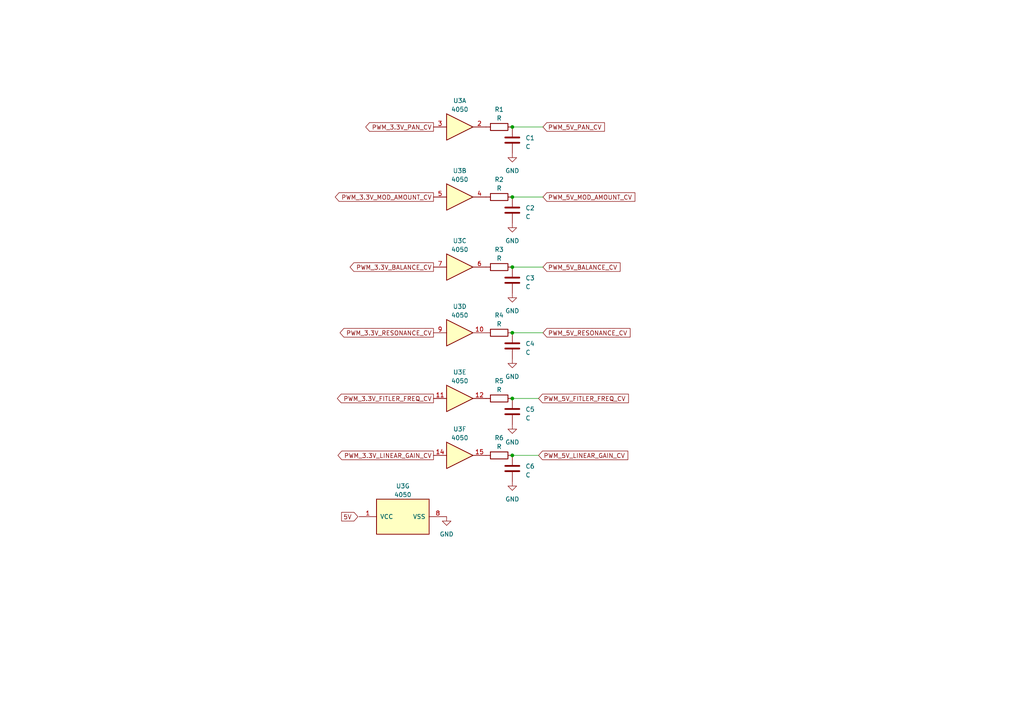
<source format=kicad_sch>
(kicad_sch (version 20230121) (generator eeschema)
  (paper "A4")
  (lib_symbols
    (symbol "4xxx:4050" (pin_names (offset 1.016))
      (property "Reference" "U" (at 0 1.27 0))
      (property "Value" "4050" (at 0 -1.27 0))
      (symbol "4050_1_0"
        (polyline (pts (xy -3.81 3.81) (xy -3.81 -3.81) (xy 3.81 0) (xy -3.81 3.81)) (stroke (width 0.254)) (fill (type background)))
        (pin output line (at 7.62 0 180) (length 3.81) (name "~") (number "2"))
        (pin input line (at -7.62 0 0) (length 3.81) (name "~") (number "3"))
      )
      (symbol "4050_2_0"
        (polyline (pts (xy -3.81 3.81) (xy -3.81 -3.81) (xy 3.81 0) (xy -3.81 3.81)) (stroke (width 0.254)) (fill (type background)))
        (pin output line (at 7.62 0 180) (length 3.81) (name "~") (number "4"))
        (pin input line (at -7.62 0 0) (length 3.81) (name "~") (number "5"))
      )
      (symbol "4050_3_0"
        (polyline (pts (xy -3.81 3.81) (xy -3.81 -3.81) (xy 3.81 0) (xy -3.81 3.81)) (stroke (width 0.254)) (fill (type background)))
        (pin output line (at 7.62 0 180) (length 3.81) (name "~") (number "6"))
        (pin input line (at -7.62 0 0) (length 3.81) (name "~") (number "7"))
      )
      (symbol "4050_4_0"
        (polyline (pts (xy -3.81 3.81) (xy -3.81 -3.81) (xy 3.81 0) (xy -3.81 3.81)) (stroke (width 0.254)) (fill (type background)))
        (pin output line (at 7.62 0 180) (length 3.81) (name "~") (number "10"))
        (pin input line (at -7.62 0 0) (length 3.81) (name "~") (number "9"))
      )
      (symbol "4050_5_0"
        (polyline (pts (xy -3.81 3.81) (xy -3.81 -3.81) (xy 3.81 0) (xy -3.81 3.81)) (stroke (width 0.254)) (fill (type background)))
        (pin input line (at -7.62 0 0) (length 3.81) (name "~") (number "11"))
        (pin output line (at 7.62 0 180) (length 3.81) (name "~") (number "12"))
      )
      (symbol "4050_6_0"
        (polyline (pts (xy -3.81 3.81) (xy -3.81 -3.81) (xy 3.81 0) (xy -3.81 3.81)) (stroke (width 0.254)) (fill (type background)))
        (pin input line (at -7.62 0 0) (length 3.81) (name "~") (number "14"))
        (pin output line (at 7.62 0 180) (length 3.81) (name "~") (number "15"))
      )
      (symbol "4050_7_0"
        (pin power_in line (at 0 12.7 270) (length 5.08) (name "VCC") (number "1"))
        (pin power_in line (at 0 -12.7 90) (length 5.08) (name "VSS") (number "8"))
      )
      (symbol "4050_7_1"
        (rectangle (start -5.08 7.62) (end 5.08 -7.62) (stroke (width 0.254)) (fill (type background)))
      )
    )
    (symbol "Device:C" (pin_numbers hide) (pin_names (offset 0.254))
      (property "Reference" "C" (at 0.635 2.54 0))
      (property "Value" "C" (at 0.635 -2.54 0))
      (symbol "C_0_1"
        (polyline (pts (xy -2.032 -0.762) (xy 2.032 -0.762)) (stroke (width 0.508)))
        (polyline (pts (xy -2.032 0.762) (xy 2.032 0.762)) (stroke (width 0.508)))
      )
      (symbol "C_1_1"
        (pin passive line (at 0 3.81 270) (length 2.794) (name "~") (number "1"))
        (pin passive line (at 0 -3.81 90) (length 2.794) (name "~") (number "2"))
      )
    )
    (symbol "Device:R" (pin_numbers hide) (pin_names (offset 0))
      (property "Reference" "R" (at 2.032 0 90))
      (property "Value" "R" (at 0 0 90))
      (symbol "R_0_1"
        (rectangle (start -1.016 -2.54) (end 1.016 2.54) (stroke (width 0.254)))
      )
      (symbol "R_1_1"
        (pin passive line (at 0 3.81 270) (length 1.27) (name "~") (number "1"))
        (pin passive line (at 0 -3.81 90) (length 1.27) (name "~") (number "2"))
      )
    )
    (symbol "power:GND" (power) (pin_names (offset 0))
      (property "Value" "GND" (at 0 -3.81 0))
      (symbol "GND_0_1"
        (polyline (pts (xy 0 0) (xy 0 -1.27) (xy 1.27 -1.27) (xy 0 -2.54) (xy -1.27 -1.27) (xy 0 -1.27)))
      )
      (symbol "GND_1_1"
        (pin power_in line (at 0 0 270) (length 0) hide (name "GND") (number "1"))
      )
    )
  )
  (junction (at 148.59 36.83))
  (junction (at 148.59 57.15))
  (junction (at 148.59 132.08))
  (junction (at 148.59 115.57))
  (junction (at 148.59 77.47))
  (junction (at 148.59 96.52))
  (wire (pts (xy 148.59 36.83) (xy 157.48 36.83)))
  (wire (pts (xy 148.59 115.57) (xy 156.21 115.57)))
  (wire (pts (xy 148.59 132.08) (xy 156.21 132.08)))
  (wire (pts (xy 148.59 57.15) (xy 157.48 57.15)))
  (wire (pts (xy 148.59 96.52) (xy 157.48 96.52)))
  (wire (pts (xy 148.59 77.47) (xy 157.48 77.47)))
  (global_label "PWM_5V_FITLER_FREQ_CV" (shape input) (at 156.21 115.57 0) (property "Intersheetrefs" "${INTERSHEET_REFS}" (effects hide)))
  (global_label "PWM_5V_BALANCE_CV" (shape input) (at 157.48 77.47 0) (property "Intersheetrefs" "${INTERSHEET_REFS}" (effects hide)))
  (global_label "PWM_5V_MOD_AMOUNT_CV" (shape input) (at 157.48 57.15 0) (property "Intersheetrefs" "${INTERSHEET_REFS}" (effects hide)))
  (global_label "PWM_5V_RESONANCE_CV" (shape input) (at 157.48 96.52 0) (property "Intersheetrefs" "${INTERSHEET_REFS}" (effects hide)))
  (global_label "PWM_3.3V_BALANCE_CV" (shape output) (at 125.73 77.47 180) (property "Intersheetrefs" "${INTERSHEET_REFS}" (effects hide)))
  (global_label "PWM_3.3V_PAN_CV" (shape output) (at 125.73 36.83 180) (property "Intersheetrefs" "${INTERSHEET_REFS}" (effects hide)))
  (global_label "PWM_3.3V_RESONANCE_CV" (shape output) (at 125.73 96.52 180) (property "Intersheetrefs" "${INTERSHEET_REFS}" (effects hide)))
  (global_label "PWM_5V_PAN_CV" (shape input) (at 157.48 36.83 0) (property "Intersheetrefs" "${INTERSHEET_REFS}" (effects hide)))
  (global_label "PWM_3.3V_LINEAR_GAIN_CV" (shape output) (at 125.73 132.08 180) (property "Intersheetrefs" "${INTERSHEET_REFS}" (effects hide)))
  (global_label "5V" (shape output) (at 99.06 149.86 0) (property "Intersheetrefs" "${INTERSHEET_REFS}" (effects hide)))
  (global_label "PWM_3.3V_FITLER_FREQ_CV" (shape output) (at 125.73 115.57 180) (property "Intersheetrefs" "${INTERSHEET_REFS}" (effects hide)))
  (global_label "PWM_5V_LINEAR_GAIN_CV" (shape input) (at 156.21 132.08 0) (property "Intersheetrefs" "${INTERSHEET_REFS}" (effects hide)))
  (global_label "PWM_3.3V_MOD_AMOUNT_CV" (shape output) (at 125.73 57.15 180) (property "Intersheetrefs" "${INTERSHEET_REFS}" (effects hide)))
  (symbol (lib_id "Device:C") (at 148.59 100.33 0) (unit 1)
    (property "Reference" "C4" (at 152.4 99.695 0) (effects (justify left)))
    (property "Value" "C" (at 152.4 102.235 0) (effects (justify left)))
    (instances (project "AS3397_proto_DIP" (path "" (reference "C4") (unit 1)) (path "" (reference "C10") (unit 1))))
  )
  (symbol (lib_id "4xxx:4050") (at 116.84 149.86 90) (unit 7)
    (property "Reference" "U3" (at 116.84 140.97 90))
    (property "Value" "4050" (at 116.84 143.51 90))
    (property "Footprint" "Package_DIP:DIP-16_W7.62mm" (effects hide))
    (property "Datasheet" "http://www.intersil.com/content/dam/intersil/documents/cd40/cd4050bms.pdf" (effects hide))
    (instances (project "AS3397_proto_DIP" (path "" (reference "U3") (unit 7)) (path "" (reference "U4") (unit 7))))
  )
  (symbol (lib_id "4xxx:4050") (at 133.35 132.08 0) (unit 6)
    (property "Reference" "U3" (at 133.35 124.46 0))
    (property "Value" "4050" (at 133.35 127 0))
    (property "Footprint" "Package_DIP:DIP-16_W7.62mm" (effects hide))
    (property "Datasheet" "http://www.intersil.com/content/dam/intersil/documents/cd40/cd4050bms.pdf" (effects hide))
    (instances (project "AS3397_proto_DIP" (path "" (reference "U3") (unit 6)) (path "" (reference "U4") (unit 6))))
  )
  (symbol (lib_id "Device:C") (at 148.59 119.38 0) (unit 1)
    (property "Reference" "C5" (at 152.4 118.745 0) (effects (justify left)))
    (property "Value" "C" (at 152.4 121.285 0) (effects (justify left)))
    (instances (project "AS3397_proto_DIP" (path "" (reference "C5") (unit 1)) (path "" (reference "C11") (unit 1))))
  )
  (symbol (lib_id "4xxx:4050") (at 133.35 77.47 0) (unit 3)
    (property "Reference" "U3" (at 133.35 69.85 0))
    (property "Value" "4050" (at 133.35 72.39 0))
    (property "Footprint" "Package_DIP:DIP-16_W7.62mm" (effects hide))
    (property "Datasheet" "http://www.intersil.com/content/dam/intersil/documents/cd40/cd4050bms.pdf" (effects hide))
    (instances (project "AS3397_proto_DIP" (path "" (reference "U3") (unit 3)) (path "" (reference "U4") (unit 3))))
  )
  (symbol (lib_id "Device:R") (at 144.78 132.08 90) (unit 1)
    (property "Reference" "R6" (at 144.78 127 90))
    (property "Value" "R" (at 144.78 129.54 90))
    (property "Footprint" "Resistor_THT:R_Axial_DIN0309_L9.0mm_D3.2mm_P12.70mm_Horizontal" (effects hide))
    (instances (project "AS3397_proto_DIP" (path "" (reference "R6") (unit 1)) (path "" (reference "R12") (unit 1))))
  )
  (symbol (lib_id "power:GND") (at 148.59 85.09 0) (unit 1)
    (property "Reference" "#PWR04" (effects hide))
    (property "Value" "GND" (at 148.59 90.17 0))
    (instances (project "AS3397_proto_DIP" (path "" (reference "#PWR04") (unit 1)) (path "" (reference "#PWR011") (unit 1))))
  )
  (symbol (lib_id "Device:R") (at 144.78 115.57 90) (unit 1)
    (property "Reference" "R5" (at 144.78 110.49 90))
    (property "Value" "R" (at 144.78 113.03 90))
    (property "Footprint" "Resistor_THT:R_Axial_DIN0309_L9.0mm_D3.2mm_P12.70mm_Horizontal" (effects hide))
    (instances (project "AS3397_proto_DIP" (path "" (reference "R5") (unit 1)) (path "" (reference "R11") (unit 1))))
  )
  (symbol (lib_id "Device:C") (at 148.59 40.64 0) (unit 1)
    (property "Reference" "C1" (at 152.4 40.005 0) (effects (justify left)))
    (property "Value" "C" (at 152.4 42.545 0) (effects (justify left)))
    (instances (project "AS3397_proto_DIP" (path "" (reference "C1") (unit 1)) (path "" (reference "C7") (unit 1))))
  )
  (symbol (lib_id "Device:R") (at 144.78 36.83 90) (unit 1)
    (property "Reference" "R1" (at 144.78 31.75 90))
    (property "Value" "R" (at 144.78 34.29 90))
    (property "Footprint" "Resistor_THT:R_Axial_DIN0309_L9.0mm_D3.2mm_P12.70mm_Horizontal" (effects hide))
    (instances (project "AS3397_proto_DIP" (path "" (reference "R1") (unit 1)) (path "" (reference "R7") (unit 1))))
  )
  (symbol (lib_id "4xxx:4050") (at 133.35 96.52 0) (unit 4)
    (property "Reference" "U3" (at 133.35 88.9 0))
    (property "Value" "4050" (at 133.35 91.44 0))
    (property "Footprint" "Package_DIP:DIP-16_W7.62mm" (effects hide))
    (property "Datasheet" "http://www.intersil.com/content/dam/intersil/documents/cd40/cd4050bms.pdf" (effects hide))
    (instances (project "AS3397_proto_DIP" (path "" (reference "U3") (unit 4)) (path "" (reference "U4") (unit 4))))
  )
  (symbol (lib_id "power:GND") (at 148.59 123.19 0) (unit 1)
    (property "Reference" "#PWR06" (effects hide))
    (property "Value" "GND" (at 148.59 128.27 0))
    (instances (project "AS3397_proto_DIP" (path "" (reference "#PWR06") (unit 1)) (path "" (reference "#PWR013") (unit 1))))
  )
  (symbol (lib_id "Device:C") (at 148.59 81.28 0) (unit 1)
    (property "Reference" "C3" (at 152.4 80.645 0) (effects (justify left)))
    (property "Value" "C" (at 152.4 83.185 0) (effects (justify left)))
    (instances (project "AS3397_proto_DIP" (path "" (reference "C3") (unit 1)) (path "" (reference "C9") (unit 1))))
  )
  (symbol (lib_id "power:GND") (at 129.54 149.86 0) (unit 1)
    (property "Reference" "#PWR01" (effects hide))
    (property "Value" "GND" (at 129.54 154.94 0))
    (instances (project "AS3397_proto_DIP" (path "" (reference "#PWR01") (unit 1)) (path "" (reference "#PWR08") (unit 1))))
  )
  (symbol (lib_id "power:GND") (at 148.59 104.14 0) (unit 1)
    (property "Reference" "#PWR05" (effects hide))
    (property "Value" "GND" (at 148.59 109.22 0))
    (instances (project "AS3397_proto_DIP" (path "" (reference "#PWR05") (unit 1)) (path "" (reference "#PWR012") (unit 1))))
  )
  (symbol (lib_id "Device:C") (at 148.59 135.89 0) (unit 1)
    (property "Reference" "C6" (at 152.4 135.255 0) (effects (justify left)))
    (property "Value" "C" (at 152.4 137.795 0) (effects (justify left)))
    (instances (project "AS3397_proto_DIP" (path "" (reference "C6") (unit 1)) (path "" (reference "C12") (unit 1))))
  )
  (symbol (lib_id "power:GND") (at 148.59 139.7 0) (unit 1)
    (property "Reference" "#PWR07" (effects hide))
    (property "Value" "GND" (at 148.59 144.78 0))
    (instances (project "AS3397_proto_DIP" (path "" (reference "#PWR07") (unit 1)) (path "" (reference "#PWR014") (unit 1))))
  )
  (symbol (lib_id "Device:R") (at 144.78 57.15 90) (unit 1)
    (property "Reference" "R2" (at 144.78 52.07 90))
    (property "Value" "R" (at 144.78 54.61 90))
    (property "Footprint" "Resistor_THT:R_Axial_DIN0309_L9.0mm_D3.2mm_P12.70mm_Horizontal" (effects hide))
    (instances (project "AS3397_proto_DIP" (path "" (reference "R2") (unit 1)) (path "" (reference "R8") (unit 1))))
  )
  (symbol (lib_id "power:GND") (at 148.59 44.45 0) (unit 1)
    (property "Reference" "#PWR02" (effects hide))
    (property "Value" "GND" (at 148.59 49.53 0))
    (instances (project "AS3397_proto_DIP" (path "" (reference "#PWR02") (unit 1)) (path "" (reference "#PWR09") (unit 1))))
  )
  (symbol (lib_id "Device:R") (at 144.78 77.47 270) (unit 1)
    (property "Reference" "R3" (at 144.78 72.39 90))
    (property "Value" "R" (at 144.78 74.93 90))
    (property "Footprint" "Resistor_THT:R_Axial_DIN0309_L9.0mm_D3.2mm_P12.70mm_Horizontal" (effects hide))
    (instances (project "AS3397_proto_DIP" (path "" (reference "R3") (unit 1)) (path "" (reference "R9") (unit 1))))
  )
  (symbol (lib_id "4xxx:4050") (at 133.35 57.15 0) (unit 2)
    (property "Reference" "U3" (at 133.35 49.53 0))
    (property "Value" "4050" (at 133.35 52.07 0))
    (property "Footprint" "Package_DIP:DIP-16_W7.62mm" (effects hide))
    (property "Datasheet" "http://www.intersil.com/content/dam/intersil/documents/cd40/cd4050bms.pdf" (effects hide))
    (instances (project "AS3397_proto_DIP" (path "" (reference "U3") (unit 2)) (path "" (reference "U4") (unit 2))))
  )
  (symbol (lib_id "power:GND") (at 148.59 64.77 0) (unit 1)
    (property "Reference" "#PWR03" (effects hide))
    (property "Value" "GND" (at 148.59 69.85 0))
    (instances (project "AS3397_proto_DIP" (path "" (reference "#PWR03") (unit 1)) (path "" (reference "#PWR010") (unit 1))))
  )
  (symbol (lib_id "4xxx:4050") (at 133.35 115.57 0) (unit 5)
    (property "Reference" "U3" (at 133.35 107.95 0))
    (property "Value" "4050" (at 133.35 110.49 0))
    (property "Footprint" "Package_DIP:DIP-16_W7.62mm" (effects hide))
    (property "Datasheet" "http://www.intersil.com/content/dam/intersil/documents/cd40/cd4050bms.pdf" (effects hide))
    (instances (project "AS3397_proto_DIP" (path "" (reference "U3") (unit 5)) (path "" (reference "U4") (unit 5))))
  )
  (symbol (lib_id "Device:R") (at 144.78 96.52 90) (unit 1)
    (property "Reference" "R4" (at 144.78 91.44 90))
    (property "Value" "R" (at 144.78 93.98 90))
    (property "Footprint" "Resistor_THT:R_Axial_DIN0309_L9.0mm_D3.2mm_P12.70mm_Horizontal" (effects hide))
    (instances (project "AS3397_proto_DIP" (path "" (reference "R4") (unit 1)) (path "" (reference "R10") (unit 1))))
  )
  (symbol (lib_id "Device:C") (at 148.59 60.96 0) (unit 1)
    (property "Reference" "C2" (at 152.4 60.325 0) (effects (justify left)))
    (property "Value" "C" (at 152.4 62.865 0) (effects (justify left)))
    (instances (project "AS3397_proto_DIP" (path "" (reference "C2") (unit 1)) (path "" (reference "C8") (unit 1))))
  )
  (symbol (lib_id "4xxx:4050") (at 133.35 36.83 0) (unit 1)
    (property "Reference" "U3" (at 133.35 29.21 0))
    (property "Value" "4050" (at 133.35 31.75 0))
    (property "Footprint" "Package_DIP:DIP-16_W7.62mm" (effects hide))
    (property "Datasheet" "http://www.intersil.com/content/dam/intersil/documents/cd40/cd4050bms.pdf" (effects hide))
    (instances (project "AS3397_proto_DIP" (path "" (reference "U3") (unit 1)) (path "" (reference "U4") (unit 1))))
  )
)
</source>
